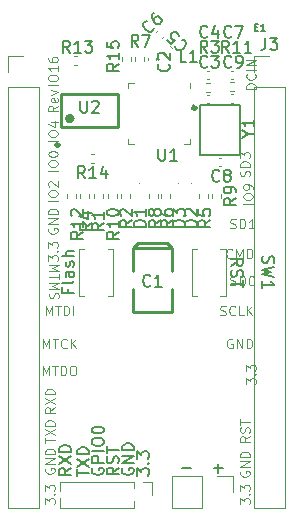
<source format=gbr>
%TF.GenerationSoftware,KiCad,Pcbnew,(6.0.0)*%
%TF.CreationDate,2022-02-11T23:14:06+08:00*%
%TF.ProjectId,esp8266,65737038-3236-4362-9e6b-696361645f70,rev?*%
%TF.SameCoordinates,Original*%
%TF.FileFunction,Legend,Top*%
%TF.FilePolarity,Positive*%
%FSLAX46Y46*%
G04 Gerber Fmt 4.6, Leading zero omitted, Abs format (unit mm)*
G04 Created by KiCad (PCBNEW (6.0.0)) date 2022-02-11 23:14:06*
%MOMM*%
%LPD*%
G01*
G04 APERTURE LIST*
%ADD10C,0.100000*%
%ADD11C,0.150000*%
%ADD12C,0.127000*%
%ADD13C,0.120000*%
%ADD14C,0.254000*%
%ADD15C,0.300000*%
%ADD16C,0.400000*%
%ADD17C,0.203200*%
G04 APERTURE END LIST*
D10*
X137229904Y-151968095D02*
X137229904Y-151472857D01*
X137534666Y-151739523D01*
X137534666Y-151625238D01*
X137572761Y-151549047D01*
X137610857Y-151510952D01*
X137687047Y-151472857D01*
X137877523Y-151472857D01*
X137953714Y-151510952D01*
X137991809Y-151549047D01*
X138029904Y-151625238D01*
X138029904Y-151853809D01*
X137991809Y-151930000D01*
X137953714Y-151968095D01*
X137953714Y-151130000D02*
X137991809Y-151091904D01*
X138029904Y-151130000D01*
X137991809Y-151168095D01*
X137953714Y-151130000D01*
X138029904Y-151130000D01*
X137229904Y-150825238D02*
X137229904Y-150330000D01*
X137534666Y-150596666D01*
X137534666Y-150482380D01*
X137572761Y-150406190D01*
X137610857Y-150368095D01*
X137687047Y-150330000D01*
X137877523Y-150330000D01*
X137953714Y-150368095D01*
X137991809Y-150406190D01*
X138029904Y-150482380D01*
X138029904Y-150710952D01*
X137991809Y-150787142D01*
X137953714Y-150825238D01*
X137268000Y-149199523D02*
X137229904Y-149275714D01*
X137229904Y-149390000D01*
X137268000Y-149504285D01*
X137344190Y-149580476D01*
X137420380Y-149618571D01*
X137572761Y-149656666D01*
X137687047Y-149656666D01*
X137839428Y-149618571D01*
X137915619Y-149580476D01*
X137991809Y-149504285D01*
X138029904Y-149390000D01*
X138029904Y-149313809D01*
X137991809Y-149199523D01*
X137953714Y-149161428D01*
X137687047Y-149161428D01*
X137687047Y-149313809D01*
X138029904Y-148818571D02*
X137229904Y-148818571D01*
X138029904Y-148361428D01*
X137229904Y-148361428D01*
X138029904Y-147980476D02*
X137229904Y-147980476D01*
X137229904Y-147790000D01*
X137268000Y-147675714D01*
X137344190Y-147599523D01*
X137420380Y-147561428D01*
X137572761Y-147523333D01*
X137687047Y-147523333D01*
X137839428Y-147561428D01*
X137915619Y-147599523D01*
X137991809Y-147675714D01*
X138029904Y-147790000D01*
X138029904Y-147980476D01*
X138029904Y-146234095D02*
X137648952Y-146500761D01*
X138029904Y-146691238D02*
X137229904Y-146691238D01*
X137229904Y-146386476D01*
X137268000Y-146310285D01*
X137306095Y-146272190D01*
X137382285Y-146234095D01*
X137496571Y-146234095D01*
X137572761Y-146272190D01*
X137610857Y-146310285D01*
X137648952Y-146386476D01*
X137648952Y-146691238D01*
X137991809Y-145929333D02*
X138029904Y-145815047D01*
X138029904Y-145624571D01*
X137991809Y-145548380D01*
X137953714Y-145510285D01*
X137877523Y-145472190D01*
X137801333Y-145472190D01*
X137725142Y-145510285D01*
X137687047Y-145548380D01*
X137648952Y-145624571D01*
X137610857Y-145776952D01*
X137572761Y-145853142D01*
X137534666Y-145891238D01*
X137458476Y-145929333D01*
X137382285Y-145929333D01*
X137306095Y-145891238D01*
X137268000Y-145853142D01*
X137229904Y-145776952D01*
X137229904Y-145586476D01*
X137268000Y-145472190D01*
X137229904Y-145243619D02*
X137229904Y-144786476D01*
X138029904Y-145015047D02*
X137229904Y-145015047D01*
X137737904Y-141808095D02*
X137737904Y-141312857D01*
X138042666Y-141579523D01*
X138042666Y-141465238D01*
X138080761Y-141389047D01*
X138118857Y-141350952D01*
X138195047Y-141312857D01*
X138385523Y-141312857D01*
X138461714Y-141350952D01*
X138499809Y-141389047D01*
X138537904Y-141465238D01*
X138537904Y-141693809D01*
X138499809Y-141770000D01*
X138461714Y-141808095D01*
X138461714Y-140970000D02*
X138499809Y-140931904D01*
X138537904Y-140970000D01*
X138499809Y-141008095D01*
X138461714Y-140970000D01*
X138537904Y-140970000D01*
X137737904Y-140665238D02*
X137737904Y-140170000D01*
X138042666Y-140436666D01*
X138042666Y-140322380D01*
X138080761Y-140246190D01*
X138118857Y-140208095D01*
X138195047Y-140170000D01*
X138385523Y-140170000D01*
X138461714Y-140208095D01*
X138499809Y-140246190D01*
X138537904Y-140322380D01*
X138537904Y-140550952D01*
X138499809Y-140627142D01*
X138461714Y-140665238D01*
X136550476Y-138030000D02*
X136474285Y-137991904D01*
X136360000Y-137991904D01*
X136245714Y-138030000D01*
X136169523Y-138106190D01*
X136131428Y-138182380D01*
X136093333Y-138334761D01*
X136093333Y-138449047D01*
X136131428Y-138601428D01*
X136169523Y-138677619D01*
X136245714Y-138753809D01*
X136360000Y-138791904D01*
X136436190Y-138791904D01*
X136550476Y-138753809D01*
X136588571Y-138715714D01*
X136588571Y-138449047D01*
X136436190Y-138449047D01*
X136931428Y-138791904D02*
X136931428Y-137991904D01*
X137388571Y-138791904D01*
X137388571Y-137991904D01*
X137769523Y-138791904D02*
X137769523Y-137991904D01*
X137960000Y-137991904D01*
X138074285Y-138030000D01*
X138150476Y-138106190D01*
X138188571Y-138182380D01*
X138226666Y-138334761D01*
X138226666Y-138449047D01*
X138188571Y-138601428D01*
X138150476Y-138677619D01*
X138074285Y-138753809D01*
X137960000Y-138791904D01*
X137769523Y-138791904D01*
X135553619Y-135959809D02*
X135667904Y-135997904D01*
X135858380Y-135997904D01*
X135934571Y-135959809D01*
X135972666Y-135921714D01*
X136010761Y-135845523D01*
X136010761Y-135769333D01*
X135972666Y-135693142D01*
X135934571Y-135655047D01*
X135858380Y-135616952D01*
X135706000Y-135578857D01*
X135629809Y-135540761D01*
X135591714Y-135502666D01*
X135553619Y-135426476D01*
X135553619Y-135350285D01*
X135591714Y-135274095D01*
X135629809Y-135236000D01*
X135706000Y-135197904D01*
X135896476Y-135197904D01*
X136010761Y-135236000D01*
X136810761Y-135921714D02*
X136772666Y-135959809D01*
X136658380Y-135997904D01*
X136582190Y-135997904D01*
X136467904Y-135959809D01*
X136391714Y-135883619D01*
X136353619Y-135807428D01*
X136315523Y-135655047D01*
X136315523Y-135540761D01*
X136353619Y-135388380D01*
X136391714Y-135312190D01*
X136467904Y-135236000D01*
X136582190Y-135197904D01*
X136658380Y-135197904D01*
X136772666Y-135236000D01*
X136810761Y-135274095D01*
X137534571Y-135997904D02*
X137153619Y-135997904D01*
X137153619Y-135197904D01*
X137801238Y-135997904D02*
X137801238Y-135197904D01*
X138258380Y-135997904D02*
X137915523Y-135540761D01*
X138258380Y-135197904D02*
X137801238Y-135655047D01*
X136404476Y-133419809D02*
X136518761Y-133457904D01*
X136709238Y-133457904D01*
X136785428Y-133419809D01*
X136823523Y-133381714D01*
X136861619Y-133305523D01*
X136861619Y-133229333D01*
X136823523Y-133153142D01*
X136785428Y-133115047D01*
X136709238Y-133076952D01*
X136556857Y-133038857D01*
X136480666Y-133000761D01*
X136442571Y-132962666D01*
X136404476Y-132886476D01*
X136404476Y-132810285D01*
X136442571Y-132734095D01*
X136480666Y-132696000D01*
X136556857Y-132657904D01*
X136747333Y-132657904D01*
X136861619Y-132696000D01*
X137204476Y-133457904D02*
X137204476Y-132657904D01*
X137394952Y-132657904D01*
X137509238Y-132696000D01*
X137585428Y-132772190D01*
X137623523Y-132848380D01*
X137661619Y-133000761D01*
X137661619Y-133115047D01*
X137623523Y-133267428D01*
X137585428Y-133343619D01*
X137509238Y-133419809D01*
X137394952Y-133457904D01*
X137204476Y-133457904D01*
X138156857Y-132657904D02*
X138233047Y-132657904D01*
X138309238Y-132696000D01*
X138347333Y-132734095D01*
X138385428Y-132810285D01*
X138423523Y-132962666D01*
X138423523Y-133153142D01*
X138385428Y-133305523D01*
X138347333Y-133381714D01*
X138309238Y-133419809D01*
X138233047Y-133457904D01*
X138156857Y-133457904D01*
X138080666Y-133419809D01*
X138042571Y-133381714D01*
X138004476Y-133305523D01*
X137966380Y-133153142D01*
X137966380Y-132962666D01*
X138004476Y-132810285D01*
X138042571Y-132734095D01*
X138080666Y-132696000D01*
X138156857Y-132657904D01*
X136550476Y-131095714D02*
X136512380Y-131133809D01*
X136398095Y-131171904D01*
X136321904Y-131171904D01*
X136207619Y-131133809D01*
X136131428Y-131057619D01*
X136093333Y-130981428D01*
X136055238Y-130829047D01*
X136055238Y-130714761D01*
X136093333Y-130562380D01*
X136131428Y-130486190D01*
X136207619Y-130410000D01*
X136321904Y-130371904D01*
X136398095Y-130371904D01*
X136512380Y-130410000D01*
X136550476Y-130448095D01*
X136893333Y-131171904D02*
X136893333Y-130371904D01*
X137160000Y-130943333D01*
X137426666Y-130371904D01*
X137426666Y-131171904D01*
X137807619Y-131171904D02*
X137807619Y-130371904D01*
X137998095Y-130371904D01*
X138112380Y-130410000D01*
X138188571Y-130486190D01*
X138226666Y-130562380D01*
X138264761Y-130714761D01*
X138264761Y-130829047D01*
X138226666Y-130981428D01*
X138188571Y-131057619D01*
X138112380Y-131133809D01*
X137998095Y-131171904D01*
X137807619Y-131171904D01*
X136404476Y-128593809D02*
X136518761Y-128631904D01*
X136709238Y-128631904D01*
X136785428Y-128593809D01*
X136823523Y-128555714D01*
X136861619Y-128479523D01*
X136861619Y-128403333D01*
X136823523Y-128327142D01*
X136785428Y-128289047D01*
X136709238Y-128250952D01*
X136556857Y-128212857D01*
X136480666Y-128174761D01*
X136442571Y-128136666D01*
X136404476Y-128060476D01*
X136404476Y-127984285D01*
X136442571Y-127908095D01*
X136480666Y-127870000D01*
X136556857Y-127831904D01*
X136747333Y-127831904D01*
X136861619Y-127870000D01*
X137204476Y-128631904D02*
X137204476Y-127831904D01*
X137394952Y-127831904D01*
X137509238Y-127870000D01*
X137585428Y-127946190D01*
X137623523Y-128022380D01*
X137661619Y-128174761D01*
X137661619Y-128289047D01*
X137623523Y-128441428D01*
X137585428Y-128517619D01*
X137509238Y-128593809D01*
X137394952Y-128631904D01*
X137204476Y-128631904D01*
X138423523Y-128631904D02*
X137966380Y-128631904D01*
X138194952Y-128631904D02*
X138194952Y-127831904D01*
X138118761Y-127946190D01*
X138042571Y-128022380D01*
X137966380Y-128060476D01*
X138283904Y-126530000D02*
X137483904Y-126530000D01*
X137483904Y-125996666D02*
X137483904Y-125844285D01*
X137522000Y-125768095D01*
X137598190Y-125691904D01*
X137750571Y-125653809D01*
X138017238Y-125653809D01*
X138169619Y-125691904D01*
X138245809Y-125768095D01*
X138283904Y-125844285D01*
X138283904Y-125996666D01*
X138245809Y-126072857D01*
X138169619Y-126149047D01*
X138017238Y-126187142D01*
X137750571Y-126187142D01*
X137598190Y-126149047D01*
X137522000Y-126072857D01*
X137483904Y-125996666D01*
X138283904Y-125272857D02*
X138283904Y-125120476D01*
X138245809Y-125044285D01*
X138207714Y-125006190D01*
X138093428Y-124930000D01*
X137941047Y-124891904D01*
X137636285Y-124891904D01*
X137560095Y-124930000D01*
X137522000Y-124968095D01*
X137483904Y-125044285D01*
X137483904Y-125196666D01*
X137522000Y-125272857D01*
X137560095Y-125310952D01*
X137636285Y-125349047D01*
X137826761Y-125349047D01*
X137902952Y-125310952D01*
X137941047Y-125272857D01*
X137979142Y-125196666D01*
X137979142Y-125044285D01*
X137941047Y-124968095D01*
X137902952Y-124930000D01*
X137826761Y-124891904D01*
X137991809Y-124199523D02*
X138029904Y-124085238D01*
X138029904Y-123894761D01*
X137991809Y-123818571D01*
X137953714Y-123780476D01*
X137877523Y-123742380D01*
X137801333Y-123742380D01*
X137725142Y-123780476D01*
X137687047Y-123818571D01*
X137648952Y-123894761D01*
X137610857Y-124047142D01*
X137572761Y-124123333D01*
X137534666Y-124161428D01*
X137458476Y-124199523D01*
X137382285Y-124199523D01*
X137306095Y-124161428D01*
X137268000Y-124123333D01*
X137229904Y-124047142D01*
X137229904Y-123856666D01*
X137268000Y-123742380D01*
X138029904Y-123399523D02*
X137229904Y-123399523D01*
X137229904Y-123209047D01*
X137268000Y-123094761D01*
X137344190Y-123018571D01*
X137420380Y-122980476D01*
X137572761Y-122942380D01*
X137687047Y-122942380D01*
X137839428Y-122980476D01*
X137915619Y-123018571D01*
X137991809Y-123094761D01*
X138029904Y-123209047D01*
X138029904Y-123399523D01*
X137229904Y-122675714D02*
X137229904Y-122180476D01*
X137534666Y-122447142D01*
X137534666Y-122332857D01*
X137572761Y-122256666D01*
X137610857Y-122218571D01*
X137687047Y-122180476D01*
X137877523Y-122180476D01*
X137953714Y-122218571D01*
X137991809Y-122256666D01*
X138029904Y-122332857D01*
X138029904Y-122561428D01*
X137991809Y-122637619D01*
X137953714Y-122675714D01*
X138537904Y-116789047D02*
X137737904Y-116789047D01*
X137737904Y-116598571D01*
X137776000Y-116484285D01*
X137852190Y-116408095D01*
X137928380Y-116370000D01*
X138080761Y-116331904D01*
X138195047Y-116331904D01*
X138347428Y-116370000D01*
X138423619Y-116408095D01*
X138499809Y-116484285D01*
X138537904Y-116598571D01*
X138537904Y-116789047D01*
X138461714Y-115531904D02*
X138499809Y-115570000D01*
X138537904Y-115684285D01*
X138537904Y-115760476D01*
X138499809Y-115874761D01*
X138423619Y-115950952D01*
X138347428Y-115989047D01*
X138195047Y-116027142D01*
X138080761Y-116027142D01*
X137928380Y-115989047D01*
X137852190Y-115950952D01*
X137776000Y-115874761D01*
X137737904Y-115760476D01*
X137737904Y-115684285D01*
X137776000Y-115570000D01*
X137814095Y-115531904D01*
X138537904Y-115189047D02*
X137737904Y-115189047D01*
X138537904Y-114808095D02*
X137737904Y-114808095D01*
X138537904Y-114350952D01*
X137737904Y-114350952D01*
X121773904Y-116496952D02*
X120973904Y-116496952D01*
X120973904Y-115963619D02*
X120973904Y-115811238D01*
X121012000Y-115735047D01*
X121088190Y-115658857D01*
X121240571Y-115620761D01*
X121507238Y-115620761D01*
X121659619Y-115658857D01*
X121735809Y-115735047D01*
X121773904Y-115811238D01*
X121773904Y-115963619D01*
X121735809Y-116039809D01*
X121659619Y-116116000D01*
X121507238Y-116154095D01*
X121240571Y-116154095D01*
X121088190Y-116116000D01*
X121012000Y-116039809D01*
X120973904Y-115963619D01*
X121773904Y-114858857D02*
X121773904Y-115316000D01*
X121773904Y-115087428D02*
X120973904Y-115087428D01*
X121088190Y-115163619D01*
X121164380Y-115239809D01*
X121202476Y-115316000D01*
X120973904Y-114173142D02*
X120973904Y-114325523D01*
X121012000Y-114401714D01*
X121050095Y-114439809D01*
X121164380Y-114516000D01*
X121316761Y-114554095D01*
X121621523Y-114554095D01*
X121697714Y-114516000D01*
X121735809Y-114477904D01*
X121773904Y-114401714D01*
X121773904Y-114249333D01*
X121735809Y-114173142D01*
X121697714Y-114135047D01*
X121621523Y-114096952D01*
X121431047Y-114096952D01*
X121354857Y-114135047D01*
X121316761Y-114173142D01*
X121278666Y-114249333D01*
X121278666Y-114401714D01*
X121316761Y-114477904D01*
X121354857Y-114516000D01*
X121431047Y-114554095D01*
X121773904Y-118256000D02*
X121392952Y-118522666D01*
X121773904Y-118713142D02*
X120973904Y-118713142D01*
X120973904Y-118408380D01*
X121012000Y-118332190D01*
X121050095Y-118294095D01*
X121126285Y-118256000D01*
X121240571Y-118256000D01*
X121316761Y-118294095D01*
X121354857Y-118332190D01*
X121392952Y-118408380D01*
X121392952Y-118713142D01*
X121735809Y-117608380D02*
X121773904Y-117684571D01*
X121773904Y-117836952D01*
X121735809Y-117913142D01*
X121659619Y-117951238D01*
X121354857Y-117951238D01*
X121278666Y-117913142D01*
X121240571Y-117836952D01*
X121240571Y-117684571D01*
X121278666Y-117608380D01*
X121354857Y-117570285D01*
X121431047Y-117570285D01*
X121507238Y-117951238D01*
X121240571Y-117303619D02*
X121773904Y-117113142D01*
X121240571Y-116922666D01*
X121773904Y-121196000D02*
X120973904Y-121196000D01*
X120973904Y-120662666D02*
X120973904Y-120510285D01*
X121012000Y-120434095D01*
X121088190Y-120357904D01*
X121240571Y-120319809D01*
X121507238Y-120319809D01*
X121659619Y-120357904D01*
X121735809Y-120434095D01*
X121773904Y-120510285D01*
X121773904Y-120662666D01*
X121735809Y-120738857D01*
X121659619Y-120815047D01*
X121507238Y-120853142D01*
X121240571Y-120853142D01*
X121088190Y-120815047D01*
X121012000Y-120738857D01*
X120973904Y-120662666D01*
X121240571Y-119634095D02*
X121773904Y-119634095D01*
X120935809Y-119824571D02*
X121507238Y-120015047D01*
X121507238Y-119519809D01*
X121773904Y-123736000D02*
X120973904Y-123736000D01*
X120973904Y-123202666D02*
X120973904Y-123050285D01*
X121012000Y-122974095D01*
X121088190Y-122897904D01*
X121240571Y-122859809D01*
X121507238Y-122859809D01*
X121659619Y-122897904D01*
X121735809Y-122974095D01*
X121773904Y-123050285D01*
X121773904Y-123202666D01*
X121735809Y-123278857D01*
X121659619Y-123355047D01*
X121507238Y-123393142D01*
X121240571Y-123393142D01*
X121088190Y-123355047D01*
X121012000Y-123278857D01*
X120973904Y-123202666D01*
X120973904Y-122364571D02*
X120973904Y-122288380D01*
X121012000Y-122212190D01*
X121050095Y-122174095D01*
X121126285Y-122136000D01*
X121278666Y-122097904D01*
X121469142Y-122097904D01*
X121621523Y-122136000D01*
X121697714Y-122174095D01*
X121735809Y-122212190D01*
X121773904Y-122288380D01*
X121773904Y-122364571D01*
X121735809Y-122440761D01*
X121697714Y-122478857D01*
X121621523Y-122516952D01*
X121469142Y-122555047D01*
X121278666Y-122555047D01*
X121126285Y-122516952D01*
X121050095Y-122478857D01*
X121012000Y-122440761D01*
X120973904Y-122364571D01*
X121773904Y-126276000D02*
X120973904Y-126276000D01*
X120973904Y-125742666D02*
X120973904Y-125590285D01*
X121012000Y-125514095D01*
X121088190Y-125437904D01*
X121240571Y-125399809D01*
X121507238Y-125399809D01*
X121659619Y-125437904D01*
X121735809Y-125514095D01*
X121773904Y-125590285D01*
X121773904Y-125742666D01*
X121735809Y-125818857D01*
X121659619Y-125895047D01*
X121507238Y-125933142D01*
X121240571Y-125933142D01*
X121088190Y-125895047D01*
X121012000Y-125818857D01*
X120973904Y-125742666D01*
X121050095Y-125095047D02*
X121012000Y-125056952D01*
X120973904Y-124980761D01*
X120973904Y-124790285D01*
X121012000Y-124714095D01*
X121050095Y-124676000D01*
X121126285Y-124637904D01*
X121202476Y-124637904D01*
X121316761Y-124676000D01*
X121773904Y-125133142D01*
X121773904Y-124637904D01*
X121012000Y-128625523D02*
X120973904Y-128701714D01*
X120973904Y-128816000D01*
X121012000Y-128930285D01*
X121088190Y-129006476D01*
X121164380Y-129044571D01*
X121316761Y-129082666D01*
X121431047Y-129082666D01*
X121583428Y-129044571D01*
X121659619Y-129006476D01*
X121735809Y-128930285D01*
X121773904Y-128816000D01*
X121773904Y-128739809D01*
X121735809Y-128625523D01*
X121697714Y-128587428D01*
X121431047Y-128587428D01*
X121431047Y-128739809D01*
X121773904Y-128244571D02*
X120973904Y-128244571D01*
X121773904Y-127787428D01*
X120973904Y-127787428D01*
X121773904Y-127406476D02*
X120973904Y-127406476D01*
X120973904Y-127216000D01*
X121012000Y-127101714D01*
X121088190Y-127025523D01*
X121164380Y-126987428D01*
X121316761Y-126949333D01*
X121431047Y-126949333D01*
X121583428Y-126987428D01*
X121659619Y-127025523D01*
X121735809Y-127101714D01*
X121773904Y-127216000D01*
X121773904Y-127406476D01*
X120973904Y-131394095D02*
X120973904Y-130898857D01*
X121278666Y-131165523D01*
X121278666Y-131051238D01*
X121316761Y-130975047D01*
X121354857Y-130936952D01*
X121431047Y-130898857D01*
X121621523Y-130898857D01*
X121697714Y-130936952D01*
X121735809Y-130975047D01*
X121773904Y-131051238D01*
X121773904Y-131279809D01*
X121735809Y-131356000D01*
X121697714Y-131394095D01*
X121697714Y-130556000D02*
X121735809Y-130517904D01*
X121773904Y-130556000D01*
X121735809Y-130594095D01*
X121697714Y-130556000D01*
X121773904Y-130556000D01*
X120973904Y-130251238D02*
X120973904Y-129756000D01*
X121278666Y-130022666D01*
X121278666Y-129908380D01*
X121316761Y-129832190D01*
X121354857Y-129794095D01*
X121431047Y-129756000D01*
X121621523Y-129756000D01*
X121697714Y-129794095D01*
X121735809Y-129832190D01*
X121773904Y-129908380D01*
X121773904Y-130136952D01*
X121735809Y-130213142D01*
X121697714Y-130251238D01*
X121050095Y-131686476D02*
X121850095Y-131686476D01*
X121278666Y-131953142D01*
X121850095Y-132219809D01*
X121050095Y-132219809D01*
X121850095Y-132486476D02*
X121850095Y-132943619D01*
X121050095Y-132715047D02*
X121850095Y-132715047D01*
X121050095Y-133210285D02*
X121850095Y-133210285D01*
X121278666Y-133476952D01*
X121850095Y-133743619D01*
X121050095Y-133743619D01*
X121088190Y-134086476D02*
X121050095Y-134200761D01*
X121050095Y-134391238D01*
X121088190Y-134467428D01*
X121126285Y-134505523D01*
X121202476Y-134543619D01*
X121278666Y-134543619D01*
X121354857Y-134505523D01*
X121392952Y-134467428D01*
X121431047Y-134391238D01*
X121469142Y-134238857D01*
X121507238Y-134162666D01*
X121545333Y-134124571D01*
X121621523Y-134086476D01*
X121697714Y-134086476D01*
X121773904Y-134124571D01*
X121812000Y-134162666D01*
X121850095Y-134238857D01*
X121850095Y-134429333D01*
X121812000Y-134543619D01*
X120758095Y-135997904D02*
X120758095Y-135197904D01*
X121024761Y-135769333D01*
X121291428Y-135197904D01*
X121291428Y-135997904D01*
X121558095Y-135197904D02*
X122015238Y-135197904D01*
X121786666Y-135997904D02*
X121786666Y-135197904D01*
X122281904Y-135997904D02*
X122281904Y-135197904D01*
X122472380Y-135197904D01*
X122586666Y-135236000D01*
X122662857Y-135312190D01*
X122700952Y-135388380D01*
X122739047Y-135540761D01*
X122739047Y-135655047D01*
X122700952Y-135807428D01*
X122662857Y-135883619D01*
X122586666Y-135959809D01*
X122472380Y-135997904D01*
X122281904Y-135997904D01*
X123081904Y-135997904D02*
X123081904Y-135197904D01*
X120548571Y-138791904D02*
X120548571Y-137991904D01*
X120815238Y-138563333D01*
X121081904Y-137991904D01*
X121081904Y-138791904D01*
X121348571Y-137991904D02*
X121805714Y-137991904D01*
X121577142Y-138791904D02*
X121577142Y-137991904D01*
X122529523Y-138715714D02*
X122491428Y-138753809D01*
X122377142Y-138791904D01*
X122300952Y-138791904D01*
X122186666Y-138753809D01*
X122110476Y-138677619D01*
X122072380Y-138601428D01*
X122034285Y-138449047D01*
X122034285Y-138334761D01*
X122072380Y-138182380D01*
X122110476Y-138106190D01*
X122186666Y-138030000D01*
X122300952Y-137991904D01*
X122377142Y-137991904D01*
X122491428Y-138030000D01*
X122529523Y-138068095D01*
X122872380Y-138791904D02*
X122872380Y-137991904D01*
X123329523Y-138791904D02*
X122986666Y-138334761D01*
X123329523Y-137991904D02*
X122872380Y-138449047D01*
X120529523Y-141077904D02*
X120529523Y-140277904D01*
X120796190Y-140849333D01*
X121062857Y-140277904D01*
X121062857Y-141077904D01*
X121329523Y-140277904D02*
X121786666Y-140277904D01*
X121558095Y-141077904D02*
X121558095Y-140277904D01*
X122053333Y-141077904D02*
X122053333Y-140277904D01*
X122243809Y-140277904D01*
X122358095Y-140316000D01*
X122434285Y-140392190D01*
X122472380Y-140468380D01*
X122510476Y-140620761D01*
X122510476Y-140735047D01*
X122472380Y-140887428D01*
X122434285Y-140963619D01*
X122358095Y-141039809D01*
X122243809Y-141077904D01*
X122053333Y-141077904D01*
X123005714Y-140277904D02*
X123158095Y-140277904D01*
X123234285Y-140316000D01*
X123310476Y-140392190D01*
X123348571Y-140544571D01*
X123348571Y-140811238D01*
X123310476Y-140963619D01*
X123234285Y-141039809D01*
X123158095Y-141077904D01*
X123005714Y-141077904D01*
X122929523Y-141039809D01*
X122853333Y-140963619D01*
X122815238Y-140811238D01*
X122815238Y-140544571D01*
X122853333Y-140392190D01*
X122929523Y-140316000D01*
X123005714Y-140277904D01*
X121519904Y-143789333D02*
X121138952Y-144056000D01*
X121519904Y-144246476D02*
X120719904Y-144246476D01*
X120719904Y-143941714D01*
X120758000Y-143865523D01*
X120796095Y-143827428D01*
X120872285Y-143789333D01*
X120986571Y-143789333D01*
X121062761Y-143827428D01*
X121100857Y-143865523D01*
X121138952Y-143941714D01*
X121138952Y-144246476D01*
X120719904Y-143522666D02*
X121519904Y-142989333D01*
X120719904Y-142989333D02*
X121519904Y-143522666D01*
X121519904Y-142684571D02*
X120719904Y-142684571D01*
X120719904Y-142494095D01*
X120758000Y-142379809D01*
X120834190Y-142303619D01*
X120910380Y-142265523D01*
X121062761Y-142227428D01*
X121177047Y-142227428D01*
X121329428Y-142265523D01*
X121405619Y-142303619D01*
X121481809Y-142379809D01*
X121519904Y-142494095D01*
X121519904Y-142684571D01*
X120719904Y-146805523D02*
X120719904Y-146348380D01*
X121519904Y-146576952D02*
X120719904Y-146576952D01*
X120719904Y-146157904D02*
X121519904Y-145624571D01*
X120719904Y-145624571D02*
X121519904Y-146157904D01*
X121519904Y-145319809D02*
X120719904Y-145319809D01*
X120719904Y-145129333D01*
X120758000Y-145015047D01*
X120834190Y-144938857D01*
X120910380Y-144900761D01*
X121062761Y-144862666D01*
X121177047Y-144862666D01*
X121329428Y-144900761D01*
X121405619Y-144938857D01*
X121481809Y-145015047D01*
X121519904Y-145129333D01*
X121519904Y-145319809D01*
X120758000Y-148945523D02*
X120719904Y-149021714D01*
X120719904Y-149136000D01*
X120758000Y-149250285D01*
X120834190Y-149326476D01*
X120910380Y-149364571D01*
X121062761Y-149402666D01*
X121177047Y-149402666D01*
X121329428Y-149364571D01*
X121405619Y-149326476D01*
X121481809Y-149250285D01*
X121519904Y-149136000D01*
X121519904Y-149059809D01*
X121481809Y-148945523D01*
X121443714Y-148907428D01*
X121177047Y-148907428D01*
X121177047Y-149059809D01*
X121519904Y-148564571D02*
X120719904Y-148564571D01*
X121519904Y-148107428D01*
X120719904Y-148107428D01*
X121519904Y-147726476D02*
X120719904Y-147726476D01*
X120719904Y-147536000D01*
X120758000Y-147421714D01*
X120834190Y-147345523D01*
X120910380Y-147307428D01*
X121062761Y-147269333D01*
X121177047Y-147269333D01*
X121329428Y-147307428D01*
X121405619Y-147345523D01*
X121481809Y-147421714D01*
X121519904Y-147536000D01*
X121519904Y-147726476D01*
X120719904Y-151968095D02*
X120719904Y-151472857D01*
X121024666Y-151739523D01*
X121024666Y-151625238D01*
X121062761Y-151549047D01*
X121100857Y-151510952D01*
X121177047Y-151472857D01*
X121367523Y-151472857D01*
X121443714Y-151510952D01*
X121481809Y-151549047D01*
X121519904Y-151625238D01*
X121519904Y-151853809D01*
X121481809Y-151930000D01*
X121443714Y-151968095D01*
X121443714Y-151130000D02*
X121481809Y-151091904D01*
X121519904Y-151130000D01*
X121481809Y-151168095D01*
X121443714Y-151130000D01*
X121519904Y-151130000D01*
X120719904Y-150825238D02*
X120719904Y-150330000D01*
X121024666Y-150596666D01*
X121024666Y-150482380D01*
X121062761Y-150406190D01*
X121100857Y-150368095D01*
X121177047Y-150330000D01*
X121367523Y-150330000D01*
X121443714Y-150368095D01*
X121481809Y-150406190D01*
X121519904Y-150482380D01*
X121519904Y-150710952D01*
X121481809Y-150787142D01*
X121443714Y-150825238D01*
D11*
X122894317Y-148917712D02*
X122418127Y-149251046D01*
X122894317Y-149489141D02*
X121894317Y-149489141D01*
X121894317Y-149108188D01*
X121941937Y-149012950D01*
X121989556Y-148965331D01*
X122084794Y-148917712D01*
X122227651Y-148917712D01*
X122322889Y-148965331D01*
X122370508Y-149012950D01*
X122418127Y-149108188D01*
X122418127Y-149489141D01*
X121894317Y-148584379D02*
X122894317Y-147917712D01*
X121894317Y-147917712D02*
X122894317Y-148584379D01*
X122894317Y-147536760D02*
X121894317Y-147536760D01*
X121894317Y-147298665D01*
X121941937Y-147155807D01*
X122037175Y-147060569D01*
X122132413Y-147012950D01*
X122322889Y-146965331D01*
X122465746Y-146965331D01*
X122656222Y-147012950D01*
X122751460Y-147060569D01*
X122846698Y-147155807D01*
X122894317Y-147298665D01*
X122894317Y-147536760D01*
X123404380Y-149597904D02*
X123404380Y-149026476D01*
X124404380Y-149312190D02*
X123404380Y-149312190D01*
X123404380Y-148788380D02*
X124404380Y-148121714D01*
X123404380Y-148121714D02*
X124404380Y-148788380D01*
X124404380Y-147740761D02*
X123404380Y-147740761D01*
X123404380Y-147502666D01*
X123452000Y-147359809D01*
X123547238Y-147264571D01*
X123642476Y-147216952D01*
X123832952Y-147169333D01*
X123975809Y-147169333D01*
X124166285Y-147216952D01*
X124261523Y-147264571D01*
X124356761Y-147359809D01*
X124404380Y-147502666D01*
X124404380Y-147740761D01*
X124722000Y-148931238D02*
X124674380Y-149026476D01*
X124674380Y-149169333D01*
X124722000Y-149312190D01*
X124817238Y-149407428D01*
X124912476Y-149455048D01*
X125102952Y-149502667D01*
X125245809Y-149502667D01*
X125436285Y-149455048D01*
X125531523Y-149407428D01*
X125626761Y-149312190D01*
X125674380Y-149169333D01*
X125674380Y-149074095D01*
X125626761Y-148931238D01*
X125579142Y-148883619D01*
X125245809Y-148883619D01*
X125245809Y-149074095D01*
X125674380Y-148455048D02*
X124674380Y-148455048D01*
X124674380Y-148074095D01*
X124722000Y-147978857D01*
X124769619Y-147931238D01*
X124864857Y-147883619D01*
X125007714Y-147883619D01*
X125102952Y-147931238D01*
X125150571Y-147978857D01*
X125198190Y-148074095D01*
X125198190Y-148455048D01*
X125674380Y-147455048D02*
X124674380Y-147455048D01*
X124674380Y-146788381D02*
X124674380Y-146597905D01*
X124722000Y-146502667D01*
X124817238Y-146407428D01*
X125007714Y-146359809D01*
X125341047Y-146359809D01*
X125531523Y-146407428D01*
X125626761Y-146502667D01*
X125674380Y-146597905D01*
X125674380Y-146788381D01*
X125626761Y-146883619D01*
X125531523Y-146978857D01*
X125341047Y-147026476D01*
X125007714Y-147026476D01*
X124817238Y-146978857D01*
X124722000Y-146883619D01*
X124674380Y-146788381D01*
X124674380Y-145740762D02*
X124674380Y-145645524D01*
X124722000Y-145550286D01*
X124769619Y-145502667D01*
X124864857Y-145455048D01*
X125055333Y-145407428D01*
X125293428Y-145407428D01*
X125483904Y-145455048D01*
X125579142Y-145502667D01*
X125626761Y-145550286D01*
X125674380Y-145645524D01*
X125674380Y-145740762D01*
X125626761Y-145836000D01*
X125579142Y-145883619D01*
X125483904Y-145931238D01*
X125293428Y-145978857D01*
X125055333Y-145978857D01*
X124864857Y-145931238D01*
X124769619Y-145883619D01*
X124722000Y-145836000D01*
X124674380Y-145740762D01*
X126944380Y-148883619D02*
X126468190Y-149216952D01*
X126944380Y-149455047D02*
X125944380Y-149455047D01*
X125944380Y-149074095D01*
X125992000Y-148978857D01*
X126039619Y-148931238D01*
X126134857Y-148883619D01*
X126277714Y-148883619D01*
X126372952Y-148931238D01*
X126420571Y-148978857D01*
X126468190Y-149074095D01*
X126468190Y-149455047D01*
X126896761Y-148502666D02*
X126944380Y-148359809D01*
X126944380Y-148121714D01*
X126896761Y-148026476D01*
X126849142Y-147978857D01*
X126753904Y-147931238D01*
X126658666Y-147931238D01*
X126563428Y-147978857D01*
X126515809Y-148026476D01*
X126468190Y-148121714D01*
X126420571Y-148312190D01*
X126372952Y-148407428D01*
X126325333Y-148455047D01*
X126230095Y-148502666D01*
X126134857Y-148502666D01*
X126039619Y-148455047D01*
X125992000Y-148407428D01*
X125944380Y-148312190D01*
X125944380Y-148074095D01*
X125992000Y-147931238D01*
X125944380Y-147645523D02*
X125944380Y-147074095D01*
X126944380Y-147359809D02*
X125944380Y-147359809D01*
X127262000Y-148931238D02*
X127214380Y-149026476D01*
X127214380Y-149169334D01*
X127262000Y-149312191D01*
X127357238Y-149407429D01*
X127452476Y-149455048D01*
X127642952Y-149502667D01*
X127785809Y-149502667D01*
X127976285Y-149455048D01*
X128071523Y-149407429D01*
X128166761Y-149312191D01*
X128214380Y-149169334D01*
X128214380Y-149074095D01*
X128166761Y-148931238D01*
X128119142Y-148883619D01*
X127785809Y-148883619D01*
X127785809Y-149074095D01*
X128214380Y-148455048D02*
X127214380Y-148455048D01*
X128214380Y-147883619D01*
X127214380Y-147883619D01*
X128214380Y-147407429D02*
X127214380Y-147407429D01*
X127214380Y-147169334D01*
X127262000Y-147026476D01*
X127357238Y-146931238D01*
X127452476Y-146883619D01*
X127642952Y-146836000D01*
X127785809Y-146836000D01*
X127976285Y-146883619D01*
X128071523Y-146931238D01*
X128166761Y-147026476D01*
X128214380Y-147169334D01*
X128214380Y-147407429D01*
X128484380Y-149550286D02*
X128484380Y-148931238D01*
X128865333Y-149264571D01*
X128865333Y-149121714D01*
X128912952Y-149026476D01*
X128960571Y-148978857D01*
X129055809Y-148931238D01*
X129293904Y-148931238D01*
X129389142Y-148978857D01*
X129436761Y-149026476D01*
X129484380Y-149121714D01*
X129484380Y-149407428D01*
X129436761Y-149502667D01*
X129389142Y-149550286D01*
X129389142Y-148502667D02*
X129436761Y-148455047D01*
X129484380Y-148502667D01*
X129436761Y-148550286D01*
X129389142Y-148502667D01*
X129484380Y-148502667D01*
X128484380Y-148121714D02*
X128484380Y-147502667D01*
X128865333Y-147836000D01*
X128865333Y-147693143D01*
X128912952Y-147597905D01*
X128960571Y-147550286D01*
X129055809Y-147502667D01*
X129293904Y-147502667D01*
X129389142Y-147550286D01*
X129436761Y-147597905D01*
X129484380Y-147693143D01*
X129484380Y-147978857D01*
X129436761Y-148074095D01*
X129389142Y-148121714D01*
X132339713Y-148915428D02*
X133101618Y-148915428D01*
X135001047Y-148915428D02*
X135762952Y-148915428D01*
X135382000Y-149296380D02*
X135382000Y-148534476D01*
%TO.C,U2*%
X123698095Y-117816380D02*
X123698095Y-118625904D01*
X123745714Y-118721142D01*
X123793333Y-118768761D01*
X123888571Y-118816380D01*
X124079047Y-118816380D01*
X124174285Y-118768761D01*
X124221904Y-118721142D01*
X124269523Y-118625904D01*
X124269523Y-117816380D01*
X124698095Y-117911619D02*
X124745714Y-117864000D01*
X124840952Y-117816380D01*
X125079047Y-117816380D01*
X125174285Y-117864000D01*
X125221904Y-117911619D01*
X125269523Y-118006857D01*
X125269523Y-118102095D01*
X125221904Y-118244952D01*
X124650476Y-118816380D01*
X125269523Y-118816380D01*
%TO.C,J3*%
X139366666Y-112502380D02*
X139366666Y-113216666D01*
X139319047Y-113359523D01*
X139223809Y-113454761D01*
X139080952Y-113502380D01*
X138985714Y-113502380D01*
X139747619Y-112502380D02*
X140366666Y-112502380D01*
X140033333Y-112883333D01*
X140176190Y-112883333D01*
X140271428Y-112930952D01*
X140319047Y-112978571D01*
X140366666Y-113073809D01*
X140366666Y-113311904D01*
X140319047Y-113407142D01*
X140271428Y-113454761D01*
X140176190Y-113502380D01*
X139890476Y-113502380D01*
X139795238Y-113454761D01*
X139747619Y-113407142D01*
%TO.C,U1*%
X130302095Y-121880380D02*
X130302095Y-122689904D01*
X130349714Y-122785142D01*
X130397333Y-122832761D01*
X130492571Y-122880380D01*
X130683047Y-122880380D01*
X130778285Y-122832761D01*
X130825904Y-122785142D01*
X130873523Y-122689904D01*
X130873523Y-121880380D01*
X131873523Y-122880380D02*
X131302095Y-122880380D01*
X131587809Y-122880380D02*
X131587809Y-121880380D01*
X131492571Y-122023238D01*
X131397333Y-122118476D01*
X131302095Y-122166095D01*
%TO.C,R9*%
X136850380Y-126054459D02*
X136374190Y-126387793D01*
X136850380Y-126625888D02*
X135850380Y-126625888D01*
X135850380Y-126244935D01*
X135898000Y-126149697D01*
X135945619Y-126102078D01*
X136040857Y-126054459D01*
X136183714Y-126054459D01*
X136278952Y-126102078D01*
X136326571Y-126149697D01*
X136374190Y-126244935D01*
X136374190Y-126625888D01*
X136850380Y-125578269D02*
X136850380Y-125387793D01*
X136802761Y-125292554D01*
X136755142Y-125244935D01*
X136612285Y-125149697D01*
X136421809Y-125102078D01*
X136040857Y-125102078D01*
X135945619Y-125149697D01*
X135898000Y-125197316D01*
X135850380Y-125292554D01*
X135850380Y-125483031D01*
X135898000Y-125578269D01*
X135945619Y-125625888D01*
X136040857Y-125673507D01*
X136278952Y-125673507D01*
X136374190Y-125625888D01*
X136421809Y-125578269D01*
X136469428Y-125483031D01*
X136469428Y-125292554D01*
X136421809Y-125197316D01*
X136374190Y-125149697D01*
X136278952Y-125102078D01*
%TO.C,L1*%
X132675333Y-114532380D02*
X132199142Y-114532380D01*
X132199142Y-113532380D01*
X133532476Y-114532380D02*
X132961047Y-114532380D01*
X133246761Y-114532380D02*
X133246761Y-113532380D01*
X133151523Y-113675238D01*
X133056285Y-113770476D01*
X132961047Y-113818095D01*
%TO.C,R8*%
X130500380Y-127928666D02*
X130024190Y-128262000D01*
X130500380Y-128500095D02*
X129500380Y-128500095D01*
X129500380Y-128119142D01*
X129548000Y-128023904D01*
X129595619Y-127976285D01*
X129690857Y-127928666D01*
X129833714Y-127928666D01*
X129928952Y-127976285D01*
X129976571Y-128023904D01*
X130024190Y-128119142D01*
X130024190Y-128500095D01*
X129928952Y-127357238D02*
X129881333Y-127452476D01*
X129833714Y-127500095D01*
X129738476Y-127547714D01*
X129690857Y-127547714D01*
X129595619Y-127500095D01*
X129548000Y-127452476D01*
X129500380Y-127357238D01*
X129500380Y-127166761D01*
X129548000Y-127071523D01*
X129595619Y-127023904D01*
X129690857Y-126976285D01*
X129738476Y-126976285D01*
X129833714Y-127023904D01*
X129881333Y-127071523D01*
X129928952Y-127166761D01*
X129928952Y-127357238D01*
X129976571Y-127452476D01*
X130024190Y-127500095D01*
X130119428Y-127547714D01*
X130309904Y-127547714D01*
X130405142Y-127500095D01*
X130452761Y-127452476D01*
X130500380Y-127357238D01*
X130500380Y-127166761D01*
X130452761Y-127071523D01*
X130405142Y-127023904D01*
X130309904Y-126976285D01*
X130119428Y-126976285D01*
X130024190Y-127023904D01*
X129976571Y-127071523D01*
X129928952Y-127166761D01*
%TO.C,D2*%
X133548380Y-128500095D02*
X132548380Y-128500095D01*
X132548380Y-128262000D01*
X132596000Y-128119142D01*
X132691238Y-128023904D01*
X132786476Y-127976285D01*
X132976952Y-127928666D01*
X133119809Y-127928666D01*
X133310285Y-127976285D01*
X133405523Y-128023904D01*
X133500761Y-128119142D01*
X133548380Y-128262000D01*
X133548380Y-128500095D01*
X132643619Y-127547714D02*
X132596000Y-127500095D01*
X132548380Y-127404857D01*
X132548380Y-127166761D01*
X132596000Y-127071523D01*
X132643619Y-127023904D01*
X132738857Y-126976285D01*
X132834095Y-126976285D01*
X132976952Y-127023904D01*
X133548380Y-127595333D01*
X133548380Y-126976285D01*
%TO.C,R5*%
X134696980Y-127919537D02*
X134220790Y-128252871D01*
X134696980Y-128490966D02*
X133696980Y-128490966D01*
X133696980Y-128110013D01*
X133744600Y-128014775D01*
X133792219Y-127967156D01*
X133887457Y-127919537D01*
X134030314Y-127919537D01*
X134125552Y-127967156D01*
X134173171Y-128014775D01*
X134220790Y-128110013D01*
X134220790Y-128490966D01*
X133696980Y-127014775D02*
X133696980Y-127490966D01*
X134173171Y-127538585D01*
X134125552Y-127490966D01*
X134077933Y-127395728D01*
X134077933Y-127157632D01*
X134125552Y-127062394D01*
X134173171Y-127014775D01*
X134268409Y-126967156D01*
X134506504Y-126967156D01*
X134601742Y-127014775D01*
X134649361Y-127062394D01*
X134696980Y-127157632D01*
X134696980Y-127395728D01*
X134649361Y-127490966D01*
X134601742Y-127538585D01*
%TO.C,C2*%
X131167142Y-114720666D02*
X131214761Y-114768285D01*
X131262380Y-114911142D01*
X131262380Y-115006380D01*
X131214761Y-115149238D01*
X131119523Y-115244476D01*
X131024285Y-115292095D01*
X130833809Y-115339714D01*
X130690952Y-115339714D01*
X130500476Y-115292095D01*
X130405238Y-115244476D01*
X130310000Y-115149238D01*
X130262380Y-115006380D01*
X130262380Y-114911142D01*
X130310000Y-114768285D01*
X130357619Y-114720666D01*
X130357619Y-114339714D02*
X130310000Y-114292095D01*
X130262380Y-114196857D01*
X130262380Y-113958761D01*
X130310000Y-113863523D01*
X130357619Y-113815904D01*
X130452857Y-113768285D01*
X130548095Y-113768285D01*
X130690952Y-113815904D01*
X131262380Y-114387333D01*
X131262380Y-113768285D01*
%TO.C,C7*%
X136485333Y-112371142D02*
X136437714Y-112418761D01*
X136294857Y-112466380D01*
X136199619Y-112466380D01*
X136056761Y-112418761D01*
X135961523Y-112323523D01*
X135913904Y-112228285D01*
X135866285Y-112037809D01*
X135866285Y-111894952D01*
X135913904Y-111704476D01*
X135961523Y-111609238D01*
X136056761Y-111514000D01*
X136199619Y-111466380D01*
X136294857Y-111466380D01*
X136437714Y-111514000D01*
X136485333Y-111561619D01*
X136818666Y-111466380D02*
X137485333Y-111466380D01*
X137056761Y-112466380D01*
%TO.C,R11*%
X136263142Y-113736380D02*
X135929809Y-113260190D01*
X135691714Y-113736380D02*
X135691714Y-112736380D01*
X136072666Y-112736380D01*
X136167904Y-112784000D01*
X136215523Y-112831619D01*
X136263142Y-112926857D01*
X136263142Y-113069714D01*
X136215523Y-113164952D01*
X136167904Y-113212571D01*
X136072666Y-113260190D01*
X135691714Y-113260190D01*
X137215523Y-113736380D02*
X136644095Y-113736380D01*
X136929809Y-113736380D02*
X136929809Y-112736380D01*
X136834571Y-112879238D01*
X136739333Y-112974476D01*
X136644095Y-113022095D01*
X138167904Y-113736380D02*
X137596476Y-113736380D01*
X137882190Y-113736380D02*
X137882190Y-112736380D01*
X137786952Y-112879238D01*
X137691714Y-112974476D01*
X137596476Y-113022095D01*
D12*
%TO.C,E1*%
X138479085Y-111571457D02*
X138682285Y-111571457D01*
X138769371Y-111890771D02*
X138479085Y-111890771D01*
X138479085Y-111281171D01*
X138769371Y-111281171D01*
X139349942Y-111890771D02*
X139001600Y-111890771D01*
X139175771Y-111890771D02*
X139175771Y-111281171D01*
X139117714Y-111368257D01*
X139059657Y-111426314D01*
X139001600Y-111455342D01*
D11*
%TO.C,R14*%
X124071142Y-124372380D02*
X123737809Y-123896190D01*
X123499714Y-124372380D02*
X123499714Y-123372380D01*
X123880666Y-123372380D01*
X123975904Y-123420000D01*
X124023523Y-123467619D01*
X124071142Y-123562857D01*
X124071142Y-123705714D01*
X124023523Y-123800952D01*
X123975904Y-123848571D01*
X123880666Y-123896190D01*
X123499714Y-123896190D01*
X125023523Y-124372380D02*
X124452095Y-124372380D01*
X124737809Y-124372380D02*
X124737809Y-123372380D01*
X124642571Y-123515238D01*
X124547333Y-123610476D01*
X124452095Y-123658095D01*
X125880666Y-123705714D02*
X125880666Y-124372380D01*
X125642571Y-123324761D02*
X125404476Y-124039047D01*
X126023523Y-124039047D01*
%TO.C,SW2*%
X122610571Y-133762571D02*
X122610571Y-134095904D01*
X123134380Y-134095904D02*
X122134380Y-134095904D01*
X122134380Y-133619714D01*
X123134380Y-133095904D02*
X123086761Y-133191142D01*
X122991523Y-133238761D01*
X122134380Y-133238761D01*
X123134380Y-132286380D02*
X122610571Y-132286380D01*
X122515333Y-132334000D01*
X122467714Y-132429238D01*
X122467714Y-132619714D01*
X122515333Y-132714952D01*
X123086761Y-132286380D02*
X123134380Y-132381619D01*
X123134380Y-132619714D01*
X123086761Y-132714952D01*
X122991523Y-132762571D01*
X122896285Y-132762571D01*
X122801047Y-132714952D01*
X122753428Y-132619714D01*
X122753428Y-132381619D01*
X122705809Y-132286380D01*
X123086761Y-131857809D02*
X123134380Y-131762571D01*
X123134380Y-131572095D01*
X123086761Y-131476857D01*
X122991523Y-131429238D01*
X122943904Y-131429238D01*
X122848666Y-131476857D01*
X122801047Y-131572095D01*
X122801047Y-131714952D01*
X122753428Y-131810190D01*
X122658190Y-131857809D01*
X122610571Y-131857809D01*
X122515333Y-131810190D01*
X122467714Y-131714952D01*
X122467714Y-131572095D01*
X122515333Y-131476857D01*
X123134380Y-131000666D02*
X122134380Y-131000666D01*
X123134380Y-130572095D02*
X122610571Y-130572095D01*
X122515333Y-130619714D01*
X122467714Y-130714952D01*
X122467714Y-130857809D01*
X122515333Y-130953047D01*
X122562952Y-131000666D01*
%TO.C,R13*%
X122801142Y-113736380D02*
X122467809Y-113260190D01*
X122229714Y-113736380D02*
X122229714Y-112736380D01*
X122610666Y-112736380D01*
X122705904Y-112784000D01*
X122753523Y-112831619D01*
X122801142Y-112926857D01*
X122801142Y-113069714D01*
X122753523Y-113164952D01*
X122705904Y-113212571D01*
X122610666Y-113260190D01*
X122229714Y-113260190D01*
X123753523Y-113736380D02*
X123182095Y-113736380D01*
X123467809Y-113736380D02*
X123467809Y-112736380D01*
X123372571Y-112879238D01*
X123277333Y-112974476D01*
X123182095Y-113022095D01*
X124086857Y-112736380D02*
X124705904Y-112736380D01*
X124372571Y-113117333D01*
X124515428Y-113117333D01*
X124610666Y-113164952D01*
X124658285Y-113212571D01*
X124705904Y-113307809D01*
X124705904Y-113545904D01*
X124658285Y-113641142D01*
X124610666Y-113688761D01*
X124515428Y-113736380D01*
X124229714Y-113736380D01*
X124134476Y-113688761D01*
X124086857Y-113641142D01*
%TO.C,C3*%
X134453333Y-114911142D02*
X134405714Y-114958761D01*
X134262857Y-115006380D01*
X134167619Y-115006380D01*
X134024761Y-114958761D01*
X133929523Y-114863523D01*
X133881904Y-114768285D01*
X133834285Y-114577809D01*
X133834285Y-114434952D01*
X133881904Y-114244476D01*
X133929523Y-114149238D01*
X134024761Y-114054000D01*
X134167619Y-114006380D01*
X134262857Y-114006380D01*
X134405714Y-114054000D01*
X134453333Y-114101619D01*
X134786666Y-114006380D02*
X135405714Y-114006380D01*
X135072380Y-114387333D01*
X135215238Y-114387333D01*
X135310476Y-114434952D01*
X135358095Y-114482571D01*
X135405714Y-114577809D01*
X135405714Y-114815904D01*
X135358095Y-114911142D01*
X135310476Y-114958761D01*
X135215238Y-115006380D01*
X134929523Y-115006380D01*
X134834285Y-114958761D01*
X134786666Y-114911142D01*
%TO.C,R3*%
X134453333Y-113736380D02*
X134120000Y-113260190D01*
X133881904Y-113736380D02*
X133881904Y-112736380D01*
X134262857Y-112736380D01*
X134358095Y-112784000D01*
X134405714Y-112831619D01*
X134453333Y-112926857D01*
X134453333Y-113069714D01*
X134405714Y-113164952D01*
X134358095Y-113212571D01*
X134262857Y-113260190D01*
X133881904Y-113260190D01*
X134786666Y-112736380D02*
X135405714Y-112736380D01*
X135072380Y-113117333D01*
X135215238Y-113117333D01*
X135310476Y-113164952D01*
X135358095Y-113212571D01*
X135405714Y-113307809D01*
X135405714Y-113545904D01*
X135358095Y-113641142D01*
X135310476Y-113688761D01*
X135215238Y-113736380D01*
X134929523Y-113736380D01*
X134834285Y-113688761D01*
X134786666Y-113641142D01*
%TO.C,C1*%
X129627333Y-133453142D02*
X129579714Y-133500761D01*
X129436857Y-133548380D01*
X129341619Y-133548380D01*
X129198761Y-133500761D01*
X129103523Y-133405523D01*
X129055904Y-133310285D01*
X129008285Y-133119809D01*
X129008285Y-132976952D01*
X129055904Y-132786476D01*
X129103523Y-132691238D01*
X129198761Y-132596000D01*
X129341619Y-132548380D01*
X129436857Y-132548380D01*
X129579714Y-132596000D01*
X129627333Y-132643619D01*
X130579714Y-133548380D02*
X130008285Y-133548380D01*
X130294000Y-133548380D02*
X130294000Y-132548380D01*
X130198761Y-132691238D01*
X130103523Y-132786476D01*
X130008285Y-132834095D01*
%TO.C,C9*%
X136485333Y-114911142D02*
X136437714Y-114958761D01*
X136294857Y-115006380D01*
X136199619Y-115006380D01*
X136056761Y-114958761D01*
X135961523Y-114863523D01*
X135913904Y-114768285D01*
X135866285Y-114577809D01*
X135866285Y-114434952D01*
X135913904Y-114244476D01*
X135961523Y-114149238D01*
X136056761Y-114054000D01*
X136199619Y-114006380D01*
X136294857Y-114006380D01*
X136437714Y-114054000D01*
X136485333Y-114101619D01*
X136961523Y-115006380D02*
X137152000Y-115006380D01*
X137247238Y-114958761D01*
X137294857Y-114911142D01*
X137390095Y-114768285D01*
X137437714Y-114577809D01*
X137437714Y-114196857D01*
X137390095Y-114101619D01*
X137342476Y-114054000D01*
X137247238Y-114006380D01*
X137056761Y-114006380D01*
X136961523Y-114054000D01*
X136913904Y-114101619D01*
X136866285Y-114196857D01*
X136866285Y-114434952D01*
X136913904Y-114530190D01*
X136961523Y-114577809D01*
X137056761Y-114625428D01*
X137247238Y-114625428D01*
X137342476Y-114577809D01*
X137390095Y-114530190D01*
X137437714Y-114434952D01*
%TO.C,D3*%
X132532380Y-128500095D02*
X131532380Y-128500095D01*
X131532380Y-128262000D01*
X131580000Y-128119142D01*
X131675238Y-128023904D01*
X131770476Y-127976285D01*
X131960952Y-127928666D01*
X132103809Y-127928666D01*
X132294285Y-127976285D01*
X132389523Y-128023904D01*
X132484761Y-128119142D01*
X132532380Y-128262000D01*
X132532380Y-128500095D01*
X131532380Y-127595333D02*
X131532380Y-126976285D01*
X131913333Y-127309619D01*
X131913333Y-127166761D01*
X131960952Y-127071523D01*
X132008571Y-127023904D01*
X132103809Y-126976285D01*
X132341904Y-126976285D01*
X132437142Y-127023904D01*
X132484761Y-127071523D01*
X132532380Y-127166761D01*
X132532380Y-127452476D01*
X132484761Y-127547714D01*
X132437142Y-127595333D01*
%TO.C,C8*%
X135469333Y-124563142D02*
X135421714Y-124610761D01*
X135278857Y-124658380D01*
X135183619Y-124658380D01*
X135040761Y-124610761D01*
X134945523Y-124515523D01*
X134897904Y-124420285D01*
X134850285Y-124229809D01*
X134850285Y-124086952D01*
X134897904Y-123896476D01*
X134945523Y-123801238D01*
X135040761Y-123706000D01*
X135183619Y-123658380D01*
X135278857Y-123658380D01*
X135421714Y-123706000D01*
X135469333Y-123753619D01*
X136040761Y-124086952D02*
X135945523Y-124039333D01*
X135897904Y-123991714D01*
X135850285Y-123896476D01*
X135850285Y-123848857D01*
X135897904Y-123753619D01*
X135945523Y-123706000D01*
X136040761Y-123658380D01*
X136231238Y-123658380D01*
X136326476Y-123706000D01*
X136374095Y-123753619D01*
X136421714Y-123848857D01*
X136421714Y-123896476D01*
X136374095Y-123991714D01*
X136326476Y-124039333D01*
X136231238Y-124086952D01*
X136040761Y-124086952D01*
X135945523Y-124134571D01*
X135897904Y-124182190D01*
X135850285Y-124277428D01*
X135850285Y-124467904D01*
X135897904Y-124563142D01*
X135945523Y-124610761D01*
X136040761Y-124658380D01*
X136231238Y-124658380D01*
X136326476Y-124610761D01*
X136374095Y-124563142D01*
X136421714Y-124467904D01*
X136421714Y-124277428D01*
X136374095Y-124182190D01*
X136326476Y-124134571D01*
X136231238Y-124086952D01*
%TO.C,D1*%
X129230380Y-128500095D02*
X128230380Y-128500095D01*
X128230380Y-128262000D01*
X128278000Y-128119142D01*
X128373238Y-128023904D01*
X128468476Y-127976285D01*
X128658952Y-127928666D01*
X128801809Y-127928666D01*
X128992285Y-127976285D01*
X129087523Y-128023904D01*
X129182761Y-128119142D01*
X129230380Y-128262000D01*
X129230380Y-128500095D01*
X129230380Y-126976285D02*
X129230380Y-127547714D01*
X129230380Y-127262000D02*
X128230380Y-127262000D01*
X128373238Y-127357238D01*
X128468476Y-127452476D01*
X128516095Y-127547714D01*
%TO.C,R4*%
X124658380Y-128182666D02*
X124182190Y-128516000D01*
X124658380Y-128754095D02*
X123658380Y-128754095D01*
X123658380Y-128373142D01*
X123706000Y-128277904D01*
X123753619Y-128230285D01*
X123848857Y-128182666D01*
X123991714Y-128182666D01*
X124086952Y-128230285D01*
X124134571Y-128277904D01*
X124182190Y-128373142D01*
X124182190Y-128754095D01*
X123991714Y-127325523D02*
X124658380Y-127325523D01*
X123610761Y-127563619D02*
X124325047Y-127801714D01*
X124325047Y-127182666D01*
%TO.C,R15*%
X126944380Y-114688857D02*
X126468190Y-115022190D01*
X126944380Y-115260285D02*
X125944380Y-115260285D01*
X125944380Y-114879333D01*
X125992000Y-114784095D01*
X126039619Y-114736476D01*
X126134857Y-114688857D01*
X126277714Y-114688857D01*
X126372952Y-114736476D01*
X126420571Y-114784095D01*
X126468190Y-114879333D01*
X126468190Y-115260285D01*
X126944380Y-113736476D02*
X126944380Y-114307904D01*
X126944380Y-114022190D02*
X125944380Y-114022190D01*
X126087238Y-114117428D01*
X126182476Y-114212666D01*
X126230095Y-114307904D01*
X125944380Y-112831714D02*
X125944380Y-113307904D01*
X126420571Y-113355523D01*
X126372952Y-113307904D01*
X126325333Y-113212666D01*
X126325333Y-112974571D01*
X126372952Y-112879333D01*
X126420571Y-112831714D01*
X126515809Y-112784095D01*
X126753904Y-112784095D01*
X126849142Y-112831714D01*
X126896761Y-112879333D01*
X126944380Y-112974571D01*
X126944380Y-113212666D01*
X126896761Y-113307904D01*
X126849142Y-113355523D01*
%TO.C,C5*%
X132280633Y-112641312D02*
X132347976Y-112641312D01*
X132482663Y-112708656D01*
X132550007Y-112776000D01*
X132617350Y-112910687D01*
X132617350Y-113045374D01*
X132583679Y-113146389D01*
X132482663Y-113314748D01*
X132381648Y-113415763D01*
X132213289Y-113516778D01*
X132112274Y-113550450D01*
X131977587Y-113550450D01*
X131842900Y-113483106D01*
X131775556Y-113415763D01*
X131708213Y-113281076D01*
X131708213Y-113213732D01*
X131001106Y-112641312D02*
X131337824Y-112978030D01*
X131708213Y-112674984D01*
X131640869Y-112674984D01*
X131539854Y-112641312D01*
X131371495Y-112472954D01*
X131337824Y-112371938D01*
X131337824Y-112304595D01*
X131371495Y-112203580D01*
X131539854Y-112035221D01*
X131640869Y-112001549D01*
X131708213Y-112001549D01*
X131809228Y-112035221D01*
X131977587Y-112203580D01*
X132011259Y-112304595D01*
X132011259Y-112371938D01*
%TO.C,SW1*%
X139154238Y-131000666D02*
X139106619Y-131143523D01*
X139106619Y-131381619D01*
X139154238Y-131476857D01*
X139201857Y-131524476D01*
X139297095Y-131572095D01*
X139392333Y-131572095D01*
X139487571Y-131524476D01*
X139535190Y-131476857D01*
X139582809Y-131381619D01*
X139630428Y-131191142D01*
X139678047Y-131095904D01*
X139725666Y-131048285D01*
X139820904Y-131000666D01*
X139916142Y-131000666D01*
X140011380Y-131048285D01*
X140059000Y-131095904D01*
X140106619Y-131191142D01*
X140106619Y-131429238D01*
X140059000Y-131572095D01*
X140106619Y-131905428D02*
X139106619Y-132143523D01*
X139820904Y-132334000D01*
X139106619Y-132524476D01*
X140106619Y-132762571D01*
X139106619Y-133667333D02*
X139106619Y-133095904D01*
X139106619Y-133381619D02*
X140106619Y-133381619D01*
X139963761Y-133286380D01*
X139868523Y-133191142D01*
X139820904Y-133095904D01*
X136453619Y-131786380D02*
X136929809Y-131453047D01*
X136453619Y-131214952D02*
X137453619Y-131214952D01*
X137453619Y-131595904D01*
X137406000Y-131691142D01*
X137358380Y-131738761D01*
X137263142Y-131786380D01*
X137120285Y-131786380D01*
X137025047Y-131738761D01*
X136977428Y-131691142D01*
X136929809Y-131595904D01*
X136929809Y-131214952D01*
X136501238Y-132167333D02*
X136453619Y-132310190D01*
X136453619Y-132548285D01*
X136501238Y-132643523D01*
X136548857Y-132691142D01*
X136644095Y-132738761D01*
X136739333Y-132738761D01*
X136834571Y-132691142D01*
X136882190Y-132643523D01*
X136929809Y-132548285D01*
X136977428Y-132357809D01*
X137025047Y-132262571D01*
X137072666Y-132214952D01*
X137167904Y-132167333D01*
X137263142Y-132167333D01*
X137358380Y-132214952D01*
X137406000Y-132262571D01*
X137453619Y-132357809D01*
X137453619Y-132595904D01*
X137406000Y-132738761D01*
X137453619Y-133024476D02*
X137453619Y-133595904D01*
X136453619Y-133310190D02*
X137453619Y-133310190D01*
%TO.C,C4*%
X134453333Y-112371142D02*
X134405714Y-112418761D01*
X134262857Y-112466380D01*
X134167619Y-112466380D01*
X134024761Y-112418761D01*
X133929523Y-112323523D01*
X133881904Y-112228285D01*
X133834285Y-112037809D01*
X133834285Y-111894952D01*
X133881904Y-111704476D01*
X133929523Y-111609238D01*
X134024761Y-111514000D01*
X134167619Y-111466380D01*
X134262857Y-111466380D01*
X134405714Y-111514000D01*
X134453333Y-111561619D01*
X135310476Y-111799714D02*
X135310476Y-112466380D01*
X135072380Y-111418761D02*
X134834285Y-112133047D01*
X135453333Y-112133047D01*
%TO.C,R10*%
X126944380Y-128912857D02*
X126468190Y-129246190D01*
X126944380Y-129484285D02*
X125944380Y-129484285D01*
X125944380Y-129103333D01*
X125992000Y-129008095D01*
X126039619Y-128960476D01*
X126134857Y-128912857D01*
X126277714Y-128912857D01*
X126372952Y-128960476D01*
X126420571Y-129008095D01*
X126468190Y-129103333D01*
X126468190Y-129484285D01*
X126944380Y-127960476D02*
X126944380Y-128531904D01*
X126944380Y-128246190D02*
X125944380Y-128246190D01*
X126087238Y-128341428D01*
X126182476Y-128436666D01*
X126230095Y-128531904D01*
X125944380Y-127341428D02*
X125944380Y-127246190D01*
X125992000Y-127150952D01*
X126039619Y-127103333D01*
X126134857Y-127055714D01*
X126325333Y-127008095D01*
X126563428Y-127008095D01*
X126753904Y-127055714D01*
X126849142Y-127103333D01*
X126896761Y-127150952D01*
X126944380Y-127246190D01*
X126944380Y-127341428D01*
X126896761Y-127436666D01*
X126849142Y-127484285D01*
X126753904Y-127531904D01*
X126563428Y-127579523D01*
X126325333Y-127579523D01*
X126134857Y-127531904D01*
X126039619Y-127484285D01*
X125992000Y-127436666D01*
X125944380Y-127341428D01*
%TO.C,C6*%
X129928687Y-111622389D02*
X129928687Y-111689732D01*
X129861343Y-111824419D01*
X129794000Y-111891763D01*
X129659312Y-111959106D01*
X129524625Y-111959106D01*
X129423610Y-111925435D01*
X129255251Y-111824419D01*
X129154236Y-111723404D01*
X129053221Y-111555045D01*
X129019549Y-111454030D01*
X129019549Y-111319343D01*
X129086893Y-111184656D01*
X129154236Y-111117312D01*
X129288923Y-111049969D01*
X129356267Y-111049969D01*
X129895015Y-110376534D02*
X129760328Y-110511221D01*
X129726656Y-110612236D01*
X129726656Y-110679580D01*
X129760328Y-110847938D01*
X129861343Y-111016297D01*
X130130717Y-111285671D01*
X130231732Y-111319343D01*
X130299076Y-111319343D01*
X130400091Y-111285671D01*
X130534778Y-111150984D01*
X130568450Y-111049969D01*
X130568450Y-110982625D01*
X130534778Y-110881610D01*
X130366419Y-110713251D01*
X130265404Y-110679580D01*
X130198061Y-110679580D01*
X130097045Y-110713251D01*
X129962358Y-110847938D01*
X129928687Y-110948954D01*
X129928687Y-111016297D01*
X129962358Y-111117312D01*
%TO.C,R12*%
X123896380Y-128912857D02*
X123420190Y-129246190D01*
X123896380Y-129484285D02*
X122896380Y-129484285D01*
X122896380Y-129103333D01*
X122944000Y-129008095D01*
X122991619Y-128960476D01*
X123086857Y-128912857D01*
X123229714Y-128912857D01*
X123324952Y-128960476D01*
X123372571Y-129008095D01*
X123420190Y-129103333D01*
X123420190Y-129484285D01*
X123896380Y-127960476D02*
X123896380Y-128531904D01*
X123896380Y-128246190D02*
X122896380Y-128246190D01*
X123039238Y-128341428D01*
X123134476Y-128436666D01*
X123182095Y-128531904D01*
X122991619Y-127579523D02*
X122944000Y-127531904D01*
X122896380Y-127436666D01*
X122896380Y-127198571D01*
X122944000Y-127103333D01*
X122991619Y-127055714D01*
X123086857Y-127008095D01*
X123182095Y-127008095D01*
X123324952Y-127055714D01*
X123896380Y-127627142D01*
X123896380Y-127008095D01*
%TO.C,R2*%
X128055103Y-127943525D02*
X127578913Y-128276859D01*
X128055103Y-128514954D02*
X127055103Y-128514954D01*
X127055103Y-128134001D01*
X127102723Y-128038763D01*
X127150342Y-127991144D01*
X127245580Y-127943525D01*
X127388437Y-127943525D01*
X127483675Y-127991144D01*
X127531294Y-128038763D01*
X127578913Y-128134001D01*
X127578913Y-128514954D01*
X127150342Y-127562573D02*
X127102723Y-127514954D01*
X127055103Y-127419716D01*
X127055103Y-127181620D01*
X127102723Y-127086382D01*
X127150342Y-127038763D01*
X127245580Y-126991144D01*
X127340818Y-126991144D01*
X127483675Y-127038763D01*
X128055103Y-127610192D01*
X128055103Y-126991144D01*
%TO.C,R6*%
X131516380Y-127928666D02*
X131040190Y-128262000D01*
X131516380Y-128500095D02*
X130516380Y-128500095D01*
X130516380Y-128119142D01*
X130564000Y-128023904D01*
X130611619Y-127976285D01*
X130706857Y-127928666D01*
X130849714Y-127928666D01*
X130944952Y-127976285D01*
X130992571Y-128023904D01*
X131040190Y-128119142D01*
X131040190Y-128500095D01*
X130516380Y-127071523D02*
X130516380Y-127262000D01*
X130564000Y-127357238D01*
X130611619Y-127404857D01*
X130754476Y-127500095D01*
X130944952Y-127547714D01*
X131325904Y-127547714D01*
X131421142Y-127500095D01*
X131468761Y-127452476D01*
X131516380Y-127357238D01*
X131516380Y-127166761D01*
X131468761Y-127071523D01*
X131421142Y-127023904D01*
X131325904Y-126976285D01*
X131087809Y-126976285D01*
X130992571Y-127023904D01*
X130944952Y-127071523D01*
X130897333Y-127166761D01*
X130897333Y-127357238D01*
X130944952Y-127452476D01*
X130992571Y-127500095D01*
X131087809Y-127547714D01*
%TO.C,R1*%
X125674380Y-128182666D02*
X125198190Y-128516000D01*
X125674380Y-128754095D02*
X124674380Y-128754095D01*
X124674380Y-128373142D01*
X124722000Y-128277904D01*
X124769619Y-128230285D01*
X124864857Y-128182666D01*
X125007714Y-128182666D01*
X125102952Y-128230285D01*
X125150571Y-128277904D01*
X125198190Y-128373142D01*
X125198190Y-128754095D01*
X125674380Y-127230285D02*
X125674380Y-127801714D01*
X125674380Y-127516000D02*
X124674380Y-127516000D01*
X124817238Y-127611238D01*
X124912476Y-127706476D01*
X124960095Y-127801714D01*
%TO.C,R7*%
X128611333Y-113228380D02*
X128278000Y-112752190D01*
X128039904Y-113228380D02*
X128039904Y-112228380D01*
X128420857Y-112228380D01*
X128516095Y-112276000D01*
X128563714Y-112323619D01*
X128611333Y-112418857D01*
X128611333Y-112561714D01*
X128563714Y-112656952D01*
X128516095Y-112704571D01*
X128420857Y-112752190D01*
X128039904Y-112752190D01*
X128944666Y-112228380D02*
X129611333Y-112228380D01*
X129182761Y-113228380D01*
%TO.C,Y1*%
X137898190Y-120618190D02*
X138374380Y-120618190D01*
X137374380Y-120951523D02*
X137898190Y-120618190D01*
X137374380Y-120284857D01*
X138374380Y-119427714D02*
X138374380Y-119999142D01*
X138374380Y-119713428D02*
X137374380Y-119713428D01*
X137517238Y-119808666D01*
X137612476Y-119903904D01*
X137660095Y-119999142D01*
D13*
%TO.C,J2*%
X128272000Y-150070000D02*
X128272000Y-150616529D01*
X121987000Y-151487530D02*
X121987000Y-152290000D01*
X128272000Y-151743471D02*
X128272000Y-152290000D01*
X128272000Y-150070000D02*
X121987000Y-150070000D01*
X121987000Y-150070000D02*
X121987000Y-150872470D01*
X129032000Y-150070000D02*
X129792000Y-150070000D01*
X128272000Y-152290000D02*
X121987000Y-152290000D01*
X129792000Y-150070000D02*
X129792000Y-151180000D01*
D14*
%TO.C,U2*%
X122095000Y-120030000D02*
X122095000Y-117230000D01*
X122095000Y-117230000D02*
X126895000Y-117230000D01*
X126895000Y-120030000D02*
X126895000Y-117230000D01*
X122095000Y-120030000D02*
X126895000Y-120030000D01*
D15*
X121895000Y-121555000D02*
G75*
G03*
X121895000Y-121555000I-150000J0D01*
G01*
D16*
X122995000Y-119330000D02*
G75*
G03*
X122995000Y-119330000I-200000J0D01*
G01*
D13*
%TO.C,J4*%
X117542000Y-115380000D02*
X117542000Y-114050000D01*
X117542000Y-152270000D02*
X120202000Y-152270000D01*
X117542000Y-116650000D02*
X120202000Y-116650000D01*
X117542000Y-116650000D02*
X117542000Y-152270000D01*
X117542000Y-114050000D02*
X118872000Y-114050000D01*
X120202000Y-116650000D02*
X120202000Y-152270000D01*
%TO.C,J1*%
X135290666Y-149600000D02*
X136620666Y-149600000D01*
X131420666Y-149600000D02*
X131420666Y-152260000D01*
X136620666Y-149600000D02*
X136620666Y-150930000D01*
X134020666Y-152260000D02*
X131420666Y-152260000D01*
X134020666Y-149600000D02*
X134020666Y-152260000D01*
X134020666Y-149600000D02*
X131420666Y-149600000D01*
%TO.C,J3*%
X138370000Y-152270000D02*
X141030000Y-152270000D01*
X138370000Y-116650000D02*
X141030000Y-116650000D01*
X138370000Y-114050000D02*
X139700000Y-114050000D01*
X141030000Y-116650000D02*
X141030000Y-152270000D01*
X138370000Y-116650000D02*
X138370000Y-152270000D01*
X138370000Y-115380000D02*
X138370000Y-114050000D01*
%TO.C,U1*%
X127760000Y-121500000D02*
X128235000Y-121500000D01*
X132980000Y-121025000D02*
X132980000Y-121500000D01*
X132980000Y-116755000D02*
X132980000Y-116280000D01*
X132980000Y-121500000D02*
X132505000Y-121500000D01*
X127760000Y-121025000D02*
X127760000Y-121500000D01*
X127760000Y-116280000D02*
X128235000Y-116280000D01*
X127760000Y-116755000D02*
X127760000Y-116280000D01*
%TO.C,R9*%
X134831499Y-125734152D02*
X134831499Y-126041434D01*
X135591499Y-125734152D02*
X135591499Y-126041434D01*
%TO.C,R8*%
X129470000Y-125746359D02*
X129470000Y-126053641D01*
X130230000Y-125746359D02*
X130230000Y-126053641D01*
D10*
%TO.C,D2*%
X133075109Y-124817793D02*
G75*
G03*
X133075109Y-124817793I-50000J0D01*
G01*
D13*
%TO.C,R5*%
X133716719Y-125754152D02*
X133716719Y-126061434D01*
X134476719Y-125754152D02*
X134476719Y-126061434D01*
%TO.C,C2*%
X130104006Y-114172164D02*
X130104006Y-114387836D01*
X129384006Y-114172164D02*
X129384006Y-114387836D01*
%TO.C,C7*%
X136657836Y-115275000D02*
X136442164Y-115275000D01*
X136657836Y-115995000D02*
X136442164Y-115995000D01*
%TO.C,R11*%
X136376359Y-116260000D02*
X136683641Y-116260000D01*
X136376359Y-117020000D02*
X136683641Y-117020000D01*
%TO.C,R14*%
X124867641Y-122370000D02*
X124560359Y-122370000D01*
X124867641Y-123130000D02*
X124560359Y-123130000D01*
%TO.C,SW2*%
X124029000Y-134334000D02*
X123579000Y-134334000D01*
X126029000Y-130334000D02*
X126479000Y-130334000D01*
X123579000Y-134334000D02*
X123579000Y-130334000D01*
X126479000Y-134334000D02*
X126029000Y-134334000D01*
X126479000Y-130334000D02*
X126479000Y-134334000D01*
X123579000Y-130334000D02*
X124029000Y-130334000D01*
%TO.C,R13*%
X123443641Y-114020000D02*
X123136359Y-114020000D01*
X123443641Y-114780000D02*
X123136359Y-114780000D01*
%TO.C,C3*%
X134607836Y-117310000D02*
X134392164Y-117310000D01*
X134607836Y-118030000D02*
X134392164Y-118030000D01*
%TO.C,R3*%
X134673641Y-117045000D02*
X134366359Y-117045000D01*
X134673641Y-116285000D02*
X134366359Y-116285000D01*
D14*
%TO.C,C1*%
X131444000Y-135723500D02*
X131444000Y-133796500D01*
X128144000Y-135723500D02*
X128144000Y-133796500D01*
X131444000Y-130269500D02*
X130994000Y-129833500D01*
X131444000Y-135723500D02*
X128144000Y-135723500D01*
X128144000Y-132196500D02*
X128144000Y-130269500D01*
X131444000Y-130269500D02*
X128144000Y-130269500D01*
X128144000Y-130269500D02*
X128594000Y-129833500D01*
X131444000Y-132196500D02*
X131444000Y-130269500D01*
X130994000Y-129833500D02*
X128594000Y-129833500D01*
D13*
%TO.C,C9*%
X136657836Y-117285000D02*
X136442164Y-117285000D01*
X136657836Y-118005000D02*
X136442164Y-118005000D01*
D10*
%TO.C,D3*%
X132003499Y-124817793D02*
G75*
G03*
X132003499Y-124817793I-50000J0D01*
G01*
D13*
%TO.C,C8*%
X135422164Y-122640000D02*
X135637836Y-122640000D01*
X135422164Y-123360000D02*
X135637836Y-123360000D01*
D10*
%TO.C,D1*%
X128743223Y-124810000D02*
G75*
G03*
X128743223Y-124810000I-50000J0D01*
G01*
D13*
%TO.C,R4*%
X123686115Y-125746359D02*
X123686115Y-126053641D01*
X124446115Y-125746359D02*
X124446115Y-126053641D01*
%TO.C,R15*%
X128004006Y-114146359D02*
X128004006Y-114453641D01*
X127244006Y-114146359D02*
X127244006Y-114453641D01*
%TO.C,C5*%
X131268307Y-113199190D02*
X131420810Y-113351693D01*
X130759190Y-113708307D02*
X130911693Y-113860810D01*
%TO.C,SW1*%
X136009000Y-130334000D02*
X136009000Y-134334000D01*
X136009000Y-134334000D02*
X135559000Y-134334000D01*
X133109000Y-134334000D02*
X133109000Y-130334000D01*
X135559000Y-130334000D02*
X136009000Y-130334000D01*
X133559000Y-134334000D02*
X133109000Y-134334000D01*
X133109000Y-130334000D02*
X133559000Y-130334000D01*
%TO.C,C4*%
X134607836Y-115300000D02*
X134392164Y-115300000D01*
X134607836Y-116020000D02*
X134392164Y-116020000D01*
%TO.C,R10*%
X126759669Y-125746359D02*
X126759669Y-126053641D01*
X125999669Y-125746359D02*
X125999669Y-126053641D01*
%TO.C,C6*%
X130231693Y-111869190D02*
X130079190Y-112021693D01*
X130740810Y-112378307D02*
X130588307Y-112530810D01*
%TO.C,R12*%
X122529338Y-125746359D02*
X122529338Y-126053641D01*
X123289338Y-125746359D02*
X123289338Y-126053641D01*
%TO.C,R2*%
X127916446Y-125746359D02*
X127916446Y-126053641D01*
X127156446Y-125746359D02*
X127156446Y-126053641D01*
%TO.C,R6*%
X130543499Y-125754152D02*
X130543499Y-126061434D01*
X131303499Y-125754152D02*
X131303499Y-126061434D01*
%TO.C,R1*%
X125602892Y-125746359D02*
X125602892Y-126053641D01*
X124842892Y-125746359D02*
X124842892Y-126053641D01*
%TO.C,R7*%
X129069006Y-114453641D02*
X129069006Y-114146359D01*
X128309006Y-114453641D02*
X128309006Y-114146359D01*
D17*
%TO.C,Y1*%
X133830000Y-122420000D02*
X137230000Y-122420000D01*
X133830000Y-118220000D02*
X133830000Y-122420000D01*
X137230000Y-118220000D02*
X137230000Y-122420000D01*
X133830000Y-118220000D02*
X137230000Y-118220000D01*
D15*
X133480000Y-118420000D02*
G75*
G03*
X133480000Y-118420000I-150000J0D01*
G01*
%TD*%
M02*

</source>
